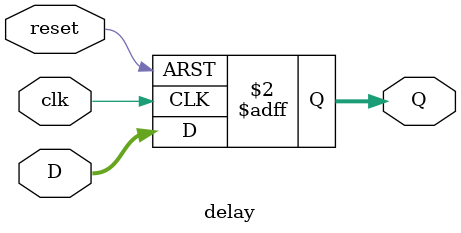
<source format=v>


// This module is simply a D Flip-flop for the purpose of delaying a signal for
// a single clock cycle.

module delay #(
    parameter W = 8			// Width of the bus
)
(
    input clk, reset,			// Clock input
    input [(W-1):0] D,			// Data input
    output reg [(W-1):0] Q		// Delayed output
);

    always @(posedge clk or posedge reset)
	if (reset)
	    Q <= 'b0;
	else
	    Q <= D;

endmodule

</source>
